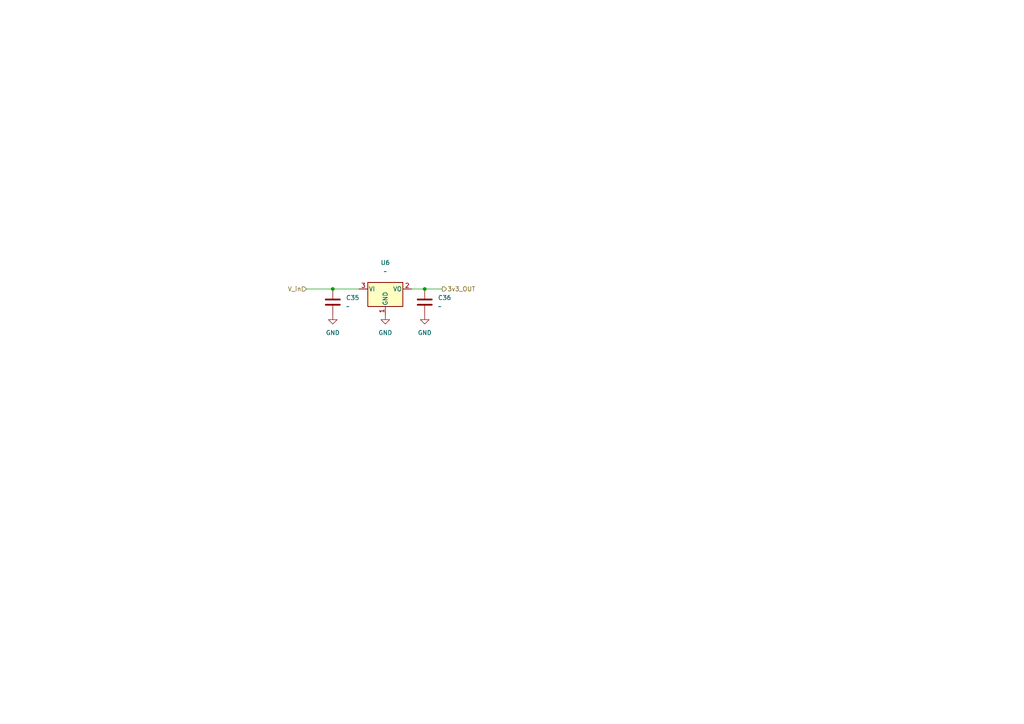
<source format=kicad_sch>
(kicad_sch (version 20211123) (generator eeschema)
  (paper "A4")
  (lib_symbols
    (symbol "Device:C" (pin_numbers hide) (pin_names (offset 0.254))
      (property "Reference" "C" (at 0.635 2.54 0))
      (property "Value" "C" (at 0.635 -2.54 0))
      (symbol "C_0_1"
        (polyline (pts (xy -2.032 -0.762) (xy 2.032 -0.762)) (stroke (width 0.508)))
        (polyline (pts (xy -2.032 0.762) (xy 2.032 0.762)) (stroke (width 0.508)))
      )
      (symbol "C_1_1"
        (pin passive line (at 0 3.81 270) (length 2.794) (name "~") (number "1"))
        (pin passive line (at 0 -3.81 90) (length 2.794) (name "~") (number "2"))
      )
    )
    (symbol "Regulator_Linear:AMS1117-3.3" (pin_names (offset 0.254))
      (property "Reference" "U" (at -3.81 3.175 0))
      (property "Value" "AMS1117-3.3" (at 0 3.175 0))
      (symbol "AMS1117-3.3_0_1"
        (rectangle (start -5.08 -5.08) (end 5.08 1.905) (stroke (width 0.254)) (fill (type background)))
      )
      (symbol "AMS1117-3.3_1_1"
        (pin power_in line (at 0 -7.62 90) (length 2.54) (name "GND") (number "1"))
        (pin power_out line (at 7.62 0 180) (length 2.54) (name "VO") (number "2"))
        (pin power_in line (at -7.62 0 0) (length 2.54) (name "VI") (number "3"))
      )
    )
    (symbol "power:GND" (power) (pin_names (offset 0))
      (property "Value" "GND" (at 0 -3.81 0))
      (symbol "GND_0_1"
        (polyline (pts (xy 0 0) (xy 0 -1.27) (xy 1.27 -1.27) (xy 0 -2.54) (xy -1.27 -1.27) (xy 0 -1.27)))
      )
      (symbol "GND_1_1"
        (pin power_in line (at 0 0 270) (length 0) hide (name "GND") (number "1"))
      )
    )
  )
  (junction (at 96.52 83.82))
  (junction (at 123.19 83.82))
  (wire (pts (xy 123.19 83.82) (xy 119.38 83.82)))
  (wire (pts (xy 88.9 83.82) (xy 96.52 83.82)))
  (wire (pts (xy 96.52 83.82) (xy 104.14 83.82)))
  (wire (pts (xy 128.27 83.82) (xy 123.19 83.82)))
  (hierarchical_label "V_in" (shape input) (at 88.9 83.82 180))
  (hierarchical_label "3v3_OUT" (shape output) (at 128.27 83.82 0))
  (symbol (lib_id "power:GND") (at 96.52 91.44 0) (unit 1)
    (property "Reference" "#PWR079" (effects hide))
    (property "Value" "~" (at 96.52 96.52 0))
  )
  (symbol (lib_id "Device:C") (at 123.19 87.63 0) (unit 1)
    (property "Reference" "C36" (at 127 86.3599 0) (effects (justify left)))
    (property "Value" "~" (at 127 88.8999 0) (effects (justify left)))
  )
  (symbol (lib_id "power:GND") (at 111.76 91.44 0) (unit 1)
    (property "Reference" "#PWR080" (effects hide))
    (property "Value" "~" (at 111.76 96.52 0))
  )
  (symbol (lib_id "power:GND") (at 123.19 91.44 0) (unit 1)
    (property "Reference" "#PWR081" (effects hide))
    (property "Value" "~" (at 123.19 96.52 0))
  )
  (symbol (lib_id "Device:C") (at 96.52 87.63 0) (unit 1)
    (property "Reference" "C35" (at 100.33 86.3599 0) (effects (justify left)))
    (property "Value" "~" (at 100.33 88.8999 0) (effects (justify left)))
  )
  (symbol (lib_id "Regulator_Linear:AMS1117-3.3") (at 111.76 83.82 0) (unit 1)
    (property "Reference" "U6" (at 111.76 76.2 0))
    (property "Value" "~" (at 111.76 78.74 0))
    (property "Datasheet" "http://www.advanced-monolithic.com/pdf/ds1117.pdf" (effects hide))
  )
)
</source>
